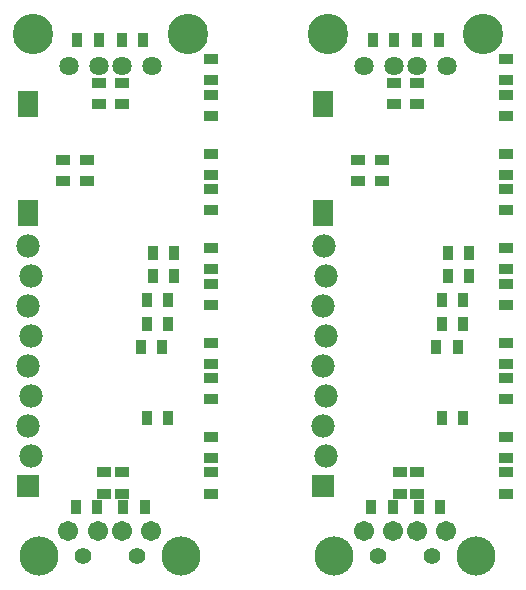
<source format=gbs>
G75*
%MOIN*%
%OFA0B0*%
%FSLAX25Y25*%
%IPPOS*%
%LPD*%
%AMOC8*
5,1,8,0,0,1.08239X$1,22.5*
%
%ADD10R,0.03550X0.05124*%
%ADD11R,0.05124X0.03550*%
%ADD12R,0.07800X0.07800*%
%ADD13C,0.07800*%
%ADD14C,0.06422*%
%ADD15C,0.13455*%
%ADD16C,0.06737*%
%ADD17C,0.13061*%
%ADD18C,0.05518*%
%ADD19R,0.06699X0.08983*%
D10*
X0029753Y0088014D03*
X0036839Y0088014D03*
X0045501Y0088014D03*
X0052587Y0088014D03*
X0053375Y0117542D03*
X0060461Y0117542D03*
X0058493Y0141164D03*
X0060461Y0149038D03*
X0060461Y0156912D03*
X0062430Y0164786D03*
X0062430Y0172660D03*
X0055343Y0172660D03*
X0055343Y0164786D03*
X0053375Y0156912D03*
X0053375Y0149038D03*
X0051406Y0141164D03*
X0052194Y0243526D03*
X0045107Y0243526D03*
X0037233Y0243526D03*
X0030146Y0243526D03*
X0128572Y0243526D03*
X0135658Y0243526D03*
X0143532Y0243526D03*
X0150619Y0243526D03*
X0153769Y0172660D03*
X0153769Y0164786D03*
X0151800Y0156912D03*
X0151800Y0149038D03*
X0149831Y0141164D03*
X0156918Y0141164D03*
X0158887Y0149038D03*
X0158887Y0156912D03*
X0160855Y0164786D03*
X0160855Y0172660D03*
X0158887Y0117542D03*
X0151800Y0117542D03*
X0151013Y0088014D03*
X0143926Y0088014D03*
X0135265Y0088014D03*
X0128178Y0088014D03*
D11*
X0137627Y0092345D03*
X0137627Y0099431D03*
X0143532Y0099431D03*
X0143532Y0092345D03*
X0173060Y0092345D03*
X0173060Y0099431D03*
X0173060Y0104156D03*
X0173060Y0111243D03*
X0173060Y0123841D03*
X0173060Y0130928D03*
X0173060Y0135652D03*
X0173060Y0142739D03*
X0173060Y0155337D03*
X0173060Y0162424D03*
X0173060Y0167148D03*
X0173060Y0174235D03*
X0173060Y0186833D03*
X0173060Y0193920D03*
X0173060Y0198644D03*
X0173060Y0205731D03*
X0173060Y0218329D03*
X0173060Y0225416D03*
X0173060Y0230140D03*
X0173060Y0237227D03*
X0143532Y0229353D03*
X0143532Y0222266D03*
X0135658Y0222266D03*
X0135658Y0229353D03*
X0131721Y0203762D03*
X0131721Y0196676D03*
X0123847Y0196676D03*
X0123847Y0203762D03*
X0074635Y0205731D03*
X0074635Y0198644D03*
X0074635Y0193920D03*
X0074635Y0186833D03*
X0074635Y0174235D03*
X0074635Y0167148D03*
X0074635Y0162424D03*
X0074635Y0155337D03*
X0074635Y0142739D03*
X0074635Y0135652D03*
X0074635Y0130928D03*
X0074635Y0123841D03*
X0074635Y0111243D03*
X0074635Y0104156D03*
X0074635Y0099431D03*
X0074635Y0092345D03*
X0045107Y0092345D03*
X0045107Y0099431D03*
X0039202Y0099431D03*
X0039202Y0092345D03*
X0033296Y0196676D03*
X0033296Y0203762D03*
X0025422Y0203762D03*
X0025422Y0196676D03*
X0037233Y0222266D03*
X0037233Y0229353D03*
X0045107Y0229353D03*
X0045107Y0222266D03*
X0074635Y0225416D03*
X0074635Y0230140D03*
X0074635Y0237227D03*
X0074635Y0218329D03*
D12*
X0112206Y0095022D03*
X0013780Y0095022D03*
D13*
X0014780Y0105022D03*
X0013780Y0115022D03*
X0014780Y0125022D03*
X0013780Y0135022D03*
X0014780Y0145022D03*
X0013780Y0155022D03*
X0014780Y0165022D03*
X0013808Y0175022D03*
X0112233Y0175022D03*
X0113206Y0165022D03*
X0112206Y0155022D03*
X0113206Y0145022D03*
X0112206Y0135022D03*
X0113206Y0125022D03*
X0112206Y0115022D03*
X0113206Y0105022D03*
D14*
X0125816Y0234825D03*
X0135658Y0234825D03*
X0143532Y0234825D03*
X0153375Y0234825D03*
X0054950Y0234825D03*
X0045107Y0234825D03*
X0037233Y0234825D03*
X0027391Y0234825D03*
D15*
X0015304Y0245494D03*
X0067036Y0245494D03*
X0113729Y0245494D03*
X0165461Y0245494D03*
D16*
X0153178Y0079865D03*
X0143335Y0079865D03*
X0135461Y0079865D03*
X0125619Y0079865D03*
X0054753Y0079865D03*
X0044910Y0079865D03*
X0037036Y0079865D03*
X0027194Y0079865D03*
D17*
X0017351Y0071479D03*
X0064595Y0071479D03*
X0115776Y0071479D03*
X0163020Y0071479D03*
D18*
X0148454Y0071479D03*
X0130343Y0071479D03*
X0050028Y0071479D03*
X0031918Y0071479D03*
D19*
X0013611Y0186085D03*
X0013611Y0222227D03*
X0112036Y0222227D03*
X0112036Y0186085D03*
M02*

</source>
